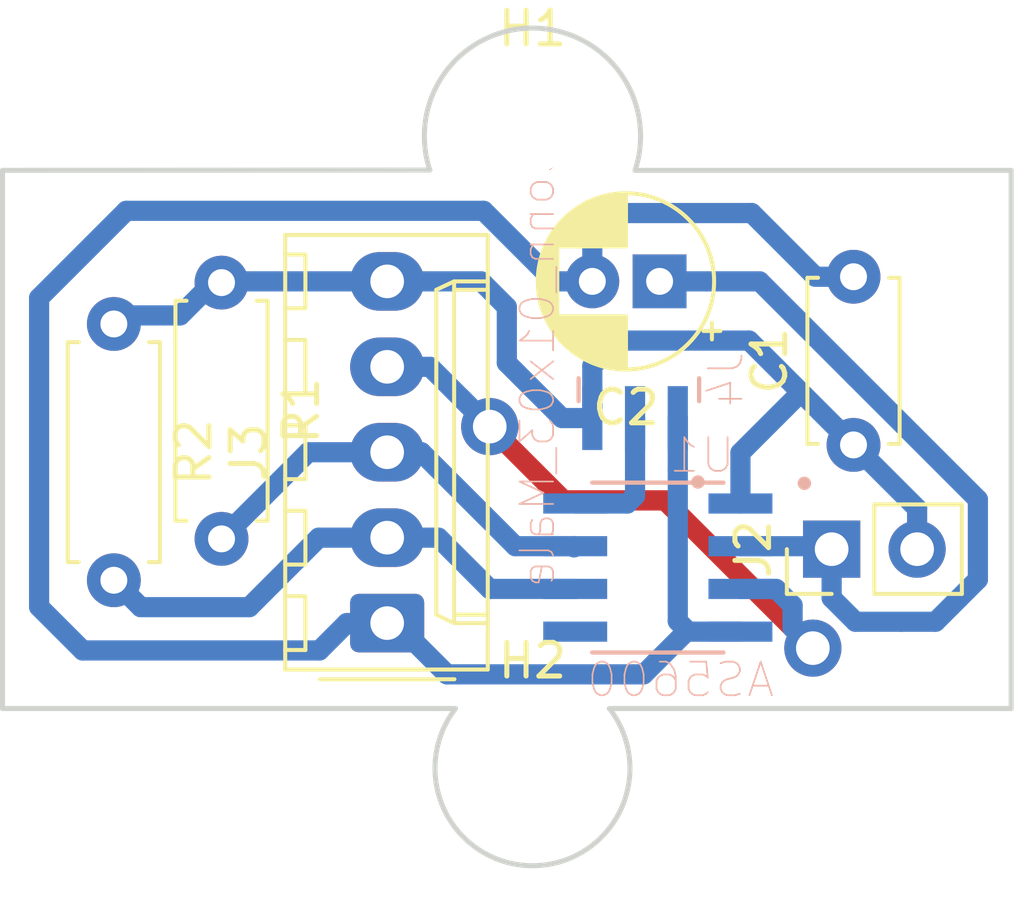
<source format=kicad_pcb>
(kicad_pcb (version 20171130) (host pcbnew "(5.0.2)-1")

  (general
    (thickness 1.6)
    (drawings 10)
    (tracks 83)
    (zones 0)
    (modules 10)
    (nets 9)
  )

  (page A4)
  (layers
    (0 F.Cu signal)
    (31 B.Cu signal)
    (32 B.Adhes user)
    (33 F.Adhes user)
    (34 B.Paste user)
    (35 F.Paste user)
    (36 B.SilkS user)
    (37 F.SilkS user)
    (38 B.Mask user)
    (39 F.Mask user)
    (40 Dwgs.User user)
    (41 Cmts.User user)
    (42 Eco1.User user)
    (43 Eco2.User user)
    (44 Edge.Cuts user)
    (45 Margin user)
    (46 B.CrtYd user)
    (47 F.CrtYd user)
    (48 B.Fab user)
    (49 F.Fab user)
  )

  (setup
    (last_trace_width 0.6)
    (trace_clearance 0.3)
    (zone_clearance 0.508)
    (zone_45_only no)
    (trace_min 0.5)
    (segment_width 0.2)
    (edge_width 0.15)
    (via_size 1.7)
    (via_drill 0.8)
    (via_min_size 0.4)
    (via_min_drill 0.3)
    (uvia_size 0.3)
    (uvia_drill 0.1)
    (uvias_allowed no)
    (uvia_min_size 0.2)
    (uvia_min_drill 0.1)
    (pcb_text_width 0.3)
    (pcb_text_size 1.5 1.5)
    (mod_edge_width 0.15)
    (mod_text_size 1 1)
    (mod_text_width 0.15)
    (pad_size 2.2 2.2)
    (pad_drill 2.2)
    (pad_to_mask_clearance 0.051)
    (solder_mask_min_width 0.25)
    (aux_axis_origin 0 0)
    (visible_elements 7FFFFFFF)
    (pcbplotparams
      (layerselection 0x00000_7ffffffe)
      (usegerberextensions false)
      (usegerberattributes false)
      (usegerberadvancedattributes false)
      (creategerberjobfile false)
      (excludeedgelayer true)
      (linewidth 0.100000)
      (plotframeref false)
      (viasonmask false)
      (mode 1)
      (useauxorigin false)
      (hpglpennumber 1)
      (hpglpenspeed 20)
      (hpglpendiameter 15.000000)
      (psnegative false)
      (psa4output false)
      (plotreference true)
      (plotvalue true)
      (plotinvisibletext false)
      (padsonsilk false)
      (subtractmaskfromsilk false)
      (outputformat 1)
      (mirror false)
      (drillshape 0)
      (scaleselection 1)
      (outputdirectory ""))
  )

  (net 0 "")
  (net 1 +5V)
  (net 2 GND)
  (net 3 "Net-(C2-Pad1)")
  (net 4 SDA)
  (net 5 SCL)
  (net 6 OUT)
  (net 7 DIR)
  (net 8 "Net-(U1-Pad5)")

  (net_class Default "This is the default net class."
    (clearance 0.3)
    (trace_width 0.6)
    (via_dia 1.7)
    (via_drill 0.8)
    (uvia_dia 0.3)
    (uvia_drill 0.1)
    (diff_pair_gap 0.25)
    (diff_pair_width 0.6)
    (add_net +5V)
    (add_net DIR)
    (add_net GND)
    (add_net "Net-(C2-Pad1)")
    (add_net "Net-(U1-Pad5)")
    (add_net OUT)
    (add_net SCL)
    (add_net SDA)
  )

  (module AS5600-breakout:MountingHole_2.2mm_M2_small (layer F.Cu) (tedit 5CFC3FC6) (tstamp 5CFC7D37)
    (at 104.394 105.918)
    (descr "Mounting Hole 2.2mm, no annular, M2")
    (tags "mounting hole 2.2mm no annular m2")
    (path /5CFDC0C0)
    (attr virtual)
    (fp_text reference H2 (at 0 -3.2) (layer F.SilkS)
      (effects (font (size 1 1) (thickness 0.15)))
    )
    (fp_text value MountingHole (at 0 3.2) (layer F.Fab)
      (effects (font (size 1 1) (thickness 0.15)))
    )
    (fp_circle (center 0 0) (end 2.1 0) (layer F.CrtYd) (width 0.05))
    (fp_circle (center 0 0) (end 2 0) (layer Cmts.User) (width 0.15))
    (fp_text user %R (at 0.3 0) (layer F.Fab)
      (effects (font (size 1 1) (thickness 0.15)))
    )
    (pad 1 np_thru_hole circle (at 0 0) (size 2.2 2.2) (drill 2.2) (layers *.Cu *.Mask))
  )

  (module AS5600-breakout:MountingHole_2.2mm_M2_small (layer F.Cu) (tedit 5D058496) (tstamp 5CFC7D2F)
    (at 104.394 87.122)
    (descr "Mounting Hole 2.2mm, no annular, M2")
    (tags "mounting hole 2.2mm no annular m2")
    (path /5CFDB7FC)
    (attr virtual)
    (fp_text reference H1 (at 0 -3.2) (layer F.SilkS)
      (effects (font (size 1 1) (thickness 0.15)))
    )
    (fp_text value MountingHole (at 0 3.2) (layer F.Fab)
      (effects (font (size 1 1) (thickness 0.15)))
    )
    (fp_circle (center 0 0) (end 2.1 0) (layer F.CrtYd) (width 0.05))
    (fp_circle (center 0 0) (end 2 0) (layer Cmts.User) (width 0.15))
    (fp_text user %R (at 0.3 0) (layer F.Fab)
      (effects (font (size 1 1) (thickness 0.15)))
    )
    (pad "" np_thru_hole circle (at 0 0) (size 2.2 2.2) (drill 2.2) (layers *.Cu *.Mask))
  )

  (module Connector_Molex:Molex_KK-254_AE-6410-05A_1x05_P2.54mm_Vertical (layer F.Cu) (tedit 5D058485) (tstamp 5D041880)
    (at 100.076 101.6 90)
    (descr "Molex KK-254 Interconnect System, old/engineering part number: AE-6410-05A example for new part number: 22-27-2051, 5 Pins (http://www.molex.com/pdm_docs/sd/022272021_sd.pdf), generated with kicad-footprint-generator")
    (tags "connector Molex KK-254 side entry")
    (path /5CF784F9)
    (fp_text reference J3 (at 5.08 -4.12 90) (layer F.SilkS)
      (effects (font (size 1 1) (thickness 0.15)))
    )
    (fp_text value Conn_01x05_Female (at 5.08 4.08 90) (layer F.Fab)
      (effects (font (size 1 1) (thickness 0.15)))
    )
    (fp_line (start -1.27 -2.92) (end -1.27 2.88) (layer F.Fab) (width 0.1))
    (fp_line (start -1.27 2.88) (end 11.43 2.88) (layer F.Fab) (width 0.1))
    (fp_line (start 11.43 2.88) (end 11.43 -2.92) (layer F.Fab) (width 0.1))
    (fp_line (start 11.43 -2.92) (end -1.27 -2.92) (layer F.Fab) (width 0.1))
    (fp_line (start -1.38 -3.03) (end -1.38 2.99) (layer F.SilkS) (width 0.12))
    (fp_line (start -1.38 2.99) (end 11.54 2.99) (layer F.SilkS) (width 0.12))
    (fp_line (start 11.54 2.99) (end 11.54 -3.03) (layer F.SilkS) (width 0.12))
    (fp_line (start 11.54 -3.03) (end -1.38 -3.03) (layer F.SilkS) (width 0.12))
    (fp_line (start -1.67 -2) (end -1.67 2) (layer F.SilkS) (width 0.12))
    (fp_line (start -1.27 -0.5) (end -0.562893 0) (layer F.Fab) (width 0.1))
    (fp_line (start -0.562893 0) (end -1.27 0.5) (layer F.Fab) (width 0.1))
    (fp_line (start 0 2.99) (end 0 1.99) (layer F.SilkS) (width 0.12))
    (fp_line (start 0 1.99) (end 10.16 1.99) (layer F.SilkS) (width 0.12))
    (fp_line (start 10.16 1.99) (end 10.16 2.99) (layer F.SilkS) (width 0.12))
    (fp_line (start 0 1.99) (end 0.25 1.46) (layer F.SilkS) (width 0.12))
    (fp_line (start 0.25 1.46) (end 9.91 1.46) (layer F.SilkS) (width 0.12))
    (fp_line (start 9.91 1.46) (end 10.16 1.99) (layer F.SilkS) (width 0.12))
    (fp_line (start 0.25 2.99) (end 0.25 1.99) (layer F.SilkS) (width 0.12))
    (fp_line (start 9.91 2.99) (end 9.91 1.99) (layer F.SilkS) (width 0.12))
    (fp_line (start -0.8 -3.03) (end -0.8 -2.43) (layer F.SilkS) (width 0.12))
    (fp_line (start -0.8 -2.43) (end 0.8 -2.43) (layer F.SilkS) (width 0.12))
    (fp_line (start 0.8 -2.43) (end 0.8 -3.03) (layer F.SilkS) (width 0.12))
    (fp_line (start 1.74 -3.03) (end 1.74 -2.43) (layer F.SilkS) (width 0.12))
    (fp_line (start 1.74 -2.43) (end 3.34 -2.43) (layer F.SilkS) (width 0.12))
    (fp_line (start 3.34 -2.43) (end 3.34 -3.03) (layer F.SilkS) (width 0.12))
    (fp_line (start 4.28 -3.03) (end 4.28 -2.43) (layer F.SilkS) (width 0.12))
    (fp_line (start 4.28 -2.43) (end 5.88 -2.43) (layer F.SilkS) (width 0.12))
    (fp_line (start 5.88 -2.43) (end 5.88 -3.03) (layer F.SilkS) (width 0.12))
    (fp_line (start 6.82 -3.03) (end 6.82 -2.43) (layer F.SilkS) (width 0.12))
    (fp_line (start 6.82 -2.43) (end 8.42 -2.43) (layer F.SilkS) (width 0.12))
    (fp_line (start 8.42 -2.43) (end 8.42 -3.03) (layer F.SilkS) (width 0.12))
    (fp_line (start 9.36 -3.03) (end 9.36 -2.43) (layer F.SilkS) (width 0.12))
    (fp_line (start 9.36 -2.43) (end 10.96 -2.43) (layer F.SilkS) (width 0.12))
    (fp_line (start 10.96 -2.43) (end 10.96 -3.03) (layer F.SilkS) (width 0.12))
    (fp_line (start -1.77 -3.42) (end -1.77 3.38) (layer F.CrtYd) (width 0.05))
    (fp_line (start -1.77 3.38) (end 11.93 3.38) (layer F.CrtYd) (width 0.05))
    (fp_line (start 11.93 3.38) (end 11.93 -3.42) (layer F.CrtYd) (width 0.05))
    (fp_line (start 11.93 -3.42) (end -1.77 -3.42) (layer F.CrtYd) (width 0.05))
    (fp_text user %R (at 5.08 -2.22 90) (layer F.Fab)
      (effects (font (size 1 1) (thickness 0.15)))
    )
    (pad 1 thru_hole roundrect (at 0 0 90) (size 1.74 2.2) (drill 1) (layers *.Cu *.Mask) (roundrect_rratio 0.144)
      (net 2 GND))
    (pad 2 thru_hole oval (at 2.54 0 90) (size 1.74 2.2) (drill 1) (layers *.Cu *.Mask)
      (net 4 SDA))
    (pad 3 thru_hole oval (at 5.08 0 90) (size 1.74 2.2) (drill 1) (layers *.Cu *.Mask)
      (net 5 SCL))
    (pad 4 thru_hole oval (at 7.62 0 90) (size 1.74 2.2) (drill 1) (layers *.Cu *.Mask)
      (net 6 OUT))
    (pad 5 thru_hole oval (at 10.16 0 90) (size 1.74 2.2) (drill 1) (layers *.Cu *.Mask)
      (net 1 +5V))
    (model ${KISYS3DMOD}/Connector_Molex.3dshapes/Molex_KK-254_AE-6410-05A_1x05_P2.54mm_Vertical.wrl
      (at (xyz 0 0 0))
      (scale (xyz 1 1 1))
      (rotate (xyz 0 0 0))
    )
  )

  (module Resistor_THT:R_Axial_DIN0207_L6.3mm_D2.5mm_P7.62mm_Horizontal (layer F.Cu) (tedit 5AE5139B) (tstamp 5D041BED)
    (at 91.954 92.706 270)
    (descr "Resistor, Axial_DIN0207 series, Axial, Horizontal, pin pitch=7.62mm, 0.25W = 1/4W, length*diameter=6.3*2.5mm^2, http://cdn-reichelt.de/documents/datenblatt/B400/1_4W%23YAG.pdf")
    (tags "Resistor Axial_DIN0207 series Axial Horizontal pin pitch 7.62mm 0.25W = 1/4W length 6.3mm diameter 2.5mm")
    (path /5CF77C73)
    (fp_text reference R2 (at 3.81 -2.37 90) (layer F.SilkS)
      (effects (font (size 1 1) (thickness 0.15)))
    )
    (fp_text value 4.7k (at 3.81 2.37 90) (layer F.Fab)
      (effects (font (size 1 1) (thickness 0.15)))
    )
    (fp_line (start 0.66 -1.25) (end 0.66 1.25) (layer F.Fab) (width 0.1))
    (fp_line (start 0.66 1.25) (end 6.96 1.25) (layer F.Fab) (width 0.1))
    (fp_line (start 6.96 1.25) (end 6.96 -1.25) (layer F.Fab) (width 0.1))
    (fp_line (start 6.96 -1.25) (end 0.66 -1.25) (layer F.Fab) (width 0.1))
    (fp_line (start 0 0) (end 0.66 0) (layer F.Fab) (width 0.1))
    (fp_line (start 7.62 0) (end 6.96 0) (layer F.Fab) (width 0.1))
    (fp_line (start 0.54 -1.04) (end 0.54 -1.37) (layer F.SilkS) (width 0.12))
    (fp_line (start 0.54 -1.37) (end 7.08 -1.37) (layer F.SilkS) (width 0.12))
    (fp_line (start 7.08 -1.37) (end 7.08 -1.04) (layer F.SilkS) (width 0.12))
    (fp_line (start 0.54 1.04) (end 0.54 1.37) (layer F.SilkS) (width 0.12))
    (fp_line (start 0.54 1.37) (end 7.08 1.37) (layer F.SilkS) (width 0.12))
    (fp_line (start 7.08 1.37) (end 7.08 1.04) (layer F.SilkS) (width 0.12))
    (fp_line (start -1.05 -1.5) (end -1.05 1.5) (layer F.CrtYd) (width 0.05))
    (fp_line (start -1.05 1.5) (end 8.67 1.5) (layer F.CrtYd) (width 0.05))
    (fp_line (start 8.67 1.5) (end 8.67 -1.5) (layer F.CrtYd) (width 0.05))
    (fp_line (start 8.67 -1.5) (end -1.05 -1.5) (layer F.CrtYd) (width 0.05))
    (fp_text user %R (at 3.81 0 90) (layer F.Fab)
      (effects (font (size 1 1) (thickness 0.15)))
    )
    (pad 1 thru_hole circle (at 0 0 270) (size 1.6 1.6) (drill 0.8) (layers *.Cu *.Mask)
      (net 1 +5V))
    (pad 2 thru_hole oval (at 7.62 0 270) (size 1.6 1.6) (drill 0.8) (layers *.Cu *.Mask)
      (net 4 SDA))
    (model ${KISYS3DMOD}/Resistor_THT.3dshapes/R_Axial_DIN0207_L6.3mm_D2.5mm_P7.62mm_Horizontal.wrl
      (at (xyz 0 0 0))
      (scale (xyz 1 1 1))
      (rotate (xyz 0 0 0))
    )
  )

  (module AS5600-breakout:SOIC127_solder_switch (layer B.Cu) (tedit 5CFBE54E) (tstamp 5D0417FB)
    (at 106.807 93.049 90)
    (path /5CF78AF4)
    (attr smd)
    (fp_text reference J4 (at -1.31 3.337 270) (layer B.SilkS)
      (effects (font (size 1 1) (thickness 0.05)) (justify mirror))
    )
    (fp_text value Conn_01x03_Male (at -0.889 -2.2606 270) (layer B.SilkS)
      (effects (font (size 1 1) (thickness 0.05)) (justify mirror))
    )
    (fp_line (start -1.016 2.6924) (end -1.016 -1.3208) (layer Eco1.User) (width 0.05))
    (fp_line (start -3.655 2.7) (end -3.655 -1.3208) (layer Eco1.User) (width 0.05))
    (fp_line (start -3.655 -1.3208) (end -1.016 -1.3208) (layer Eco1.User) (width 0.05))
    (fp_line (start -3.655 2.7) (end -1.016 2.7) (layer Eco1.User) (width 0.05))
    (fp_line (start -1.27 2.45) (end -1.27 -1.016) (layer Eco2.User) (width 0.127))
    (fp_line (start -1.95 2.45) (end -1.95 -1.016) (layer Eco2.User) (width 0.127))
    (fp_line (start -1.95 -1.0414) (end -1.27 -1.0414) (layer B.SilkS) (width 0.127))
    (fp_line (start -1.9558 2.54) (end -1.27 2.54) (layer B.SilkS) (width 0.127))
    (fp_line (start -1.95 -1.016) (end -1.27 -1.016) (layer Eco2.User) (width 0.127))
    (fp_line (start -1.95 2.45) (end -1.27 2.45) (layer Eco2.User) (width 0.127))
    (fp_circle (center -4.355 2.505) (end -4.255 2.505) (layer Eco2.User) (width 0.2))
    (fp_circle (center -4.355 2.505) (end -4.255 2.505) (layer B.SilkS) (width 0.2))
    (pad 3 smd rect (at -2.455 -0.635 90) (size 1.9 0.6) (layers B.Cu B.Paste B.Mask)
      (net 1 +5V))
    (pad 2 smd rect (at -2.455 0.635 90) (size 1.9 0.6) (layers B.Cu B.Paste B.Mask)
      (net 7 DIR))
    (pad 1 smd rect (at -2.455 1.905 90) (size 1.9 0.6) (layers B.Cu B.Paste B.Mask)
      (net 2 GND))
  )

  (module Capacitor_THT:CP_Radial_D5.0mm_P2.00mm (layer F.Cu) (tedit 5CFC3233) (tstamp 5D041A5B)
    (at 108.172 91.44 180)
    (descr "CP, Radial series, Radial, pin pitch=2.00mm, , diameter=5mm, Electrolytic Capacitor")
    (tags "CP Radial series Radial pin pitch 2.00mm  diameter 5mm Electrolytic Capacitor")
    (path /5CF77A7D)
    (fp_text reference C2 (at 1 -3.75) (layer F.SilkS)
      (effects (font (size 1 1) (thickness 0.15)))
    )
    (fp_text value 1uF (at 1 3.75) (layer F.Fab)
      (effects (font (size 1 1) (thickness 0.15)))
    )
    (fp_text user %R (at 1 0) (layer F.Fab)
      (effects (font (size 1 1) (thickness 0.15)))
    )
    (fp_line (start -1.554775 -1.725) (end -1.554775 -1.225) (layer F.SilkS) (width 0.12))
    (fp_line (start -1.804775 -1.475) (end -1.304775 -1.475) (layer F.SilkS) (width 0.12))
    (fp_line (start 3.601 -0.284) (end 3.601 0.284) (layer F.SilkS) (width 0.12))
    (fp_line (start 3.561 -0.518) (end 3.561 0.518) (layer F.SilkS) (width 0.12))
    (fp_line (start 3.521 -0.677) (end 3.521 0.677) (layer F.SilkS) (width 0.12))
    (fp_line (start 3.481 -0.805) (end 3.481 0.805) (layer F.SilkS) (width 0.12))
    (fp_line (start 3.441 -0.915) (end 3.441 0.915) (layer F.SilkS) (width 0.12))
    (fp_line (start 3.401 -1.011) (end 3.401 1.011) (layer F.SilkS) (width 0.12))
    (fp_line (start 3.361 -1.098) (end 3.361 1.098) (layer F.SilkS) (width 0.12))
    (fp_line (start 3.321 -1.178) (end 3.321 1.178) (layer F.SilkS) (width 0.12))
    (fp_line (start 3.281 -1.251) (end 3.281 1.251) (layer F.SilkS) (width 0.12))
    (fp_line (start 3.241 -1.319) (end 3.241 1.319) (layer F.SilkS) (width 0.12))
    (fp_line (start 3.201 -1.383) (end 3.201 1.383) (layer F.SilkS) (width 0.12))
    (fp_line (start 3.161 -1.443) (end 3.161 1.443) (layer F.SilkS) (width 0.12))
    (fp_line (start 3.121 -1.5) (end 3.121 1.5) (layer F.SilkS) (width 0.12))
    (fp_line (start 3.081 -1.554) (end 3.081 1.554) (layer F.SilkS) (width 0.12))
    (fp_line (start 3.041 -1.605) (end 3.041 1.605) (layer F.SilkS) (width 0.12))
    (fp_line (start 3.001 1.04) (end 3.001 1.653) (layer F.SilkS) (width 0.12))
    (fp_line (start 3.001 -1.653) (end 3.001 -1.04) (layer F.SilkS) (width 0.12))
    (fp_line (start 2.961 1.04) (end 2.961 1.699) (layer F.SilkS) (width 0.12))
    (fp_line (start 2.961 -1.699) (end 2.961 -1.04) (layer F.SilkS) (width 0.12))
    (fp_line (start 2.921 1.04) (end 2.921 1.743) (layer F.SilkS) (width 0.12))
    (fp_line (start 2.921 -1.743) (end 2.921 -1.04) (layer F.SilkS) (width 0.12))
    (fp_line (start 2.881 1.04) (end 2.881 1.785) (layer F.SilkS) (width 0.12))
    (fp_line (start 2.881 -1.785) (end 2.881 -1.04) (layer F.SilkS) (width 0.12))
    (fp_line (start 2.841 1.04) (end 2.841 1.826) (layer F.SilkS) (width 0.12))
    (fp_line (start 2.841 -1.826) (end 2.841 -1.04) (layer F.SilkS) (width 0.12))
    (fp_line (start 2.801 1.04) (end 2.801 1.864) (layer F.SilkS) (width 0.12))
    (fp_line (start 2.801 -1.864) (end 2.801 -1.04) (layer F.SilkS) (width 0.12))
    (fp_line (start 2.761 1.04) (end 2.761 1.901) (layer F.SilkS) (width 0.12))
    (fp_line (start 2.761 -1.901) (end 2.761 -1.04) (layer F.SilkS) (width 0.12))
    (fp_line (start 2.721 1.04) (end 2.721 1.937) (layer F.SilkS) (width 0.12))
    (fp_line (start 2.721 -1.937) (end 2.721 -1.04) (layer F.SilkS) (width 0.12))
    (fp_line (start 2.681 1.04) (end 2.681 1.971) (layer F.SilkS) (width 0.12))
    (fp_line (start 2.681 -1.971) (end 2.681 -1.04) (layer F.SilkS) (width 0.12))
    (fp_line (start 2.641 1.04) (end 2.641 2.004) (layer F.SilkS) (width 0.12))
    (fp_line (start 2.641 -2.004) (end 2.641 -1.04) (layer F.SilkS) (width 0.12))
    (fp_line (start 2.601 1.04) (end 2.601 2.035) (layer F.SilkS) (width 0.12))
    (fp_line (start 2.601 -2.035) (end 2.601 -1.04) (layer F.SilkS) (width 0.12))
    (fp_line (start 2.561 1.04) (end 2.561 2.065) (layer F.SilkS) (width 0.12))
    (fp_line (start 2.561 -2.065) (end 2.561 -1.04) (layer F.SilkS) (width 0.12))
    (fp_line (start 2.521 1.04) (end 2.521 2.095) (layer F.SilkS) (width 0.12))
    (fp_line (start 2.521 -2.095) (end 2.521 -1.04) (layer F.SilkS) (width 0.12))
    (fp_line (start 2.481 1.04) (end 2.481 2.122) (layer F.SilkS) (width 0.12))
    (fp_line (start 2.481 -2.122) (end 2.481 -1.04) (layer F.SilkS) (width 0.12))
    (fp_line (start 2.441 1.04) (end 2.441 2.149) (layer F.SilkS) (width 0.12))
    (fp_line (start 2.441 -2.149) (end 2.441 -1.04) (layer F.SilkS) (width 0.12))
    (fp_line (start 2.401 1.04) (end 2.401 2.175) (layer F.SilkS) (width 0.12))
    (fp_line (start 2.401 -2.175) (end 2.401 -1.04) (layer F.SilkS) (width 0.12))
    (fp_line (start 2.361 1.04) (end 2.361 2.2) (layer F.SilkS) (width 0.12))
    (fp_line (start 2.361 -2.2) (end 2.361 -1.04) (layer F.SilkS) (width 0.12))
    (fp_line (start 2.321 1.04) (end 2.321 2.224) (layer F.SilkS) (width 0.12))
    (fp_line (start 2.321 -2.224) (end 2.321 -1.04) (layer F.SilkS) (width 0.12))
    (fp_line (start 2.281 1.04) (end 2.281 2.247) (layer F.SilkS) (width 0.12))
    (fp_line (start 2.281 -2.247) (end 2.281 -1.04) (layer F.SilkS) (width 0.12))
    (fp_line (start 2.241 1.04) (end 2.241 2.268) (layer F.SilkS) (width 0.12))
    (fp_line (start 2.241 -2.268) (end 2.241 -1.04) (layer F.SilkS) (width 0.12))
    (fp_line (start 2.201 1.04) (end 2.201 2.29) (layer F.SilkS) (width 0.12))
    (fp_line (start 2.201 -2.29) (end 2.201 -1.04) (layer F.SilkS) (width 0.12))
    (fp_line (start 2.161 1.04) (end 2.161 2.31) (layer F.SilkS) (width 0.12))
    (fp_line (start 2.161 -2.31) (end 2.161 -1.04) (layer F.SilkS) (width 0.12))
    (fp_line (start 2.121 1.04) (end 2.121 2.329) (layer F.SilkS) (width 0.12))
    (fp_line (start 2.121 -2.329) (end 2.121 -1.04) (layer F.SilkS) (width 0.12))
    (fp_line (start 2.081 1.04) (end 2.081 2.348) (layer F.SilkS) (width 0.12))
    (fp_line (start 2.081 -2.348) (end 2.081 -1.04) (layer F.SilkS) (width 0.12))
    (fp_line (start 2.041 1.04) (end 2.041 2.365) (layer F.SilkS) (width 0.12))
    (fp_line (start 2.041 -2.365) (end 2.041 -1.04) (layer F.SilkS) (width 0.12))
    (fp_line (start 2.001 1.04) (end 2.001 2.382) (layer F.SilkS) (width 0.12))
    (fp_line (start 2.001 -2.382) (end 2.001 -1.04) (layer F.SilkS) (width 0.12))
    (fp_line (start 1.961 1.04) (end 1.961 2.398) (layer F.SilkS) (width 0.12))
    (fp_line (start 1.961 -2.398) (end 1.961 -1.04) (layer F.SilkS) (width 0.12))
    (fp_line (start 1.921 1.04) (end 1.921 2.414) (layer F.SilkS) (width 0.12))
    (fp_line (start 1.921 -2.414) (end 1.921 -1.04) (layer F.SilkS) (width 0.12))
    (fp_line (start 1.881 1.04) (end 1.881 2.428) (layer F.SilkS) (width 0.12))
    (fp_line (start 1.881 -2.428) (end 1.881 -1.04) (layer F.SilkS) (width 0.12))
    (fp_line (start 1.841 1.04) (end 1.841 2.442) (layer F.SilkS) (width 0.12))
    (fp_line (start 1.841 -2.442) (end 1.841 -1.04) (layer F.SilkS) (width 0.12))
    (fp_line (start 1.801 1.04) (end 1.801 2.455) (layer F.SilkS) (width 0.12))
    (fp_line (start 1.801 -2.455) (end 1.801 -1.04) (layer F.SilkS) (width 0.12))
    (fp_line (start 1.761 1.04) (end 1.761 2.468) (layer F.SilkS) (width 0.12))
    (fp_line (start 1.761 -2.468) (end 1.761 -1.04) (layer F.SilkS) (width 0.12))
    (fp_line (start 1.721 1.04) (end 1.721 2.48) (layer F.SilkS) (width 0.12))
    (fp_line (start 1.721 -2.48) (end 1.721 -1.04) (layer F.SilkS) (width 0.12))
    (fp_line (start 1.68 1.04) (end 1.68 2.491) (layer F.SilkS) (width 0.12))
    (fp_line (start 1.68 -2.491) (end 1.68 -1.04) (layer F.SilkS) (width 0.12))
    (fp_line (start 1.64 1.04) (end 1.64 2.501) (layer F.SilkS) (width 0.12))
    (fp_line (start 1.64 -2.501) (end 1.64 -1.04) (layer F.SilkS) (width 0.12))
    (fp_line (start 1.6 1.04) (end 1.6 2.511) (layer F.SilkS) (width 0.12))
    (fp_line (start 1.6 -2.511) (end 1.6 -1.04) (layer F.SilkS) (width 0.12))
    (fp_line (start 1.56 1.04) (end 1.56 2.52) (layer F.SilkS) (width 0.12))
    (fp_line (start 1.56 -2.52) (end 1.56 -1.04) (layer F.SilkS) (width 0.12))
    (fp_line (start 1.52 1.04) (end 1.52 2.528) (layer F.SilkS) (width 0.12))
    (fp_line (start 1.52 -2.528) (end 1.52 -1.04) (layer F.SilkS) (width 0.12))
    (fp_line (start 1.48 1.04) (end 1.48 2.536) (layer F.SilkS) (width 0.12))
    (fp_line (start 1.48 -2.536) (end 1.48 -1.04) (layer F.SilkS) (width 0.12))
    (fp_line (start 1.44 1.04) (end 1.44 2.543) (layer F.SilkS) (width 0.12))
    (fp_line (start 1.44 -2.543) (end 1.44 -1.04) (layer F.SilkS) (width 0.12))
    (fp_line (start 1.4 1.04) (end 1.4 2.55) (layer F.SilkS) (width 0.12))
    (fp_line (start 1.4 -2.55) (end 1.4 -1.04) (layer F.SilkS) (width 0.12))
    (fp_line (start 1.36 1.04) (end 1.36 2.556) (layer F.SilkS) (width 0.12))
    (fp_line (start 1.36 -2.556) (end 1.36 -1.04) (layer F.SilkS) (width 0.12))
    (fp_line (start 1.32 1.04) (end 1.32 2.561) (layer F.SilkS) (width 0.12))
    (fp_line (start 1.32 -2.561) (end 1.32 -1.04) (layer F.SilkS) (width 0.12))
    (fp_line (start 1.28 1.04) (end 1.28 2.565) (layer F.SilkS) (width 0.12))
    (fp_line (start 1.28 -2.565) (end 1.28 -1.04) (layer F.SilkS) (width 0.12))
    (fp_line (start 1.24 1.04) (end 1.24 2.569) (layer F.SilkS) (width 0.12))
    (fp_line (start 1.24 -2.569) (end 1.24 -1.04) (layer F.SilkS) (width 0.12))
    (fp_line (start 1.2 1.04) (end 1.2 2.573) (layer F.SilkS) (width 0.12))
    (fp_line (start 1.2 -2.573) (end 1.2 -1.04) (layer F.SilkS) (width 0.12))
    (fp_line (start 1.16 1.04) (end 1.16 2.576) (layer F.SilkS) (width 0.12))
    (fp_line (start 1.16 -2.576) (end 1.16 -1.04) (layer F.SilkS) (width 0.12))
    (fp_line (start 1.12 1.04) (end 1.12 2.578) (layer F.SilkS) (width 0.12))
    (fp_line (start 1.12 -2.578) (end 1.12 -1.04) (layer F.SilkS) (width 0.12))
    (fp_line (start 1.08 1.04) (end 1.08 2.579) (layer F.SilkS) (width 0.12))
    (fp_line (start 1.08 -2.579) (end 1.08 -1.04) (layer F.SilkS) (width 0.12))
    (fp_line (start 1.04 -2.58) (end 1.04 -1.04) (layer F.SilkS) (width 0.12))
    (fp_line (start 1.04 1.04) (end 1.04 2.58) (layer F.SilkS) (width 0.12))
    (fp_line (start 1 -2.58) (end 1 -1.04) (layer F.SilkS) (width 0.12))
    (fp_line (start 1 1.04) (end 1 2.58) (layer F.SilkS) (width 0.12))
    (fp_line (start -0.883605 -1.3375) (end -0.883605 -0.8375) (layer F.Fab) (width 0.1))
    (fp_line (start -1.133605 -1.0875) (end -0.633605 -1.0875) (layer F.Fab) (width 0.1))
    (fp_circle (center 1 0) (end 3.75 0) (layer F.CrtYd) (width 0.05))
    (fp_circle (center 1 0) (end 3.62 0) (layer F.SilkS) (width 0.12))
    (fp_circle (center 1 0) (end 3.5 0) (layer F.Fab) (width 0.1))
    (pad 2 thru_hole circle (at 2 0 180) (size 1.6 1.6) (drill 0.8) (layers *.Cu *.Mask)
      (net 2 GND) (clearance 0.2))
    (pad 1 thru_hole rect (at 0 0 180) (size 1.6 1.6) (drill 0.8) (layers *.Cu *.Mask)
      (net 3 "Net-(C2-Pad1)") (clearance 0.2))
    (model ${KISYS3DMOD}/Capacitor_THT.3dshapes/CP_Radial_D5.0mm_P2.00mm.wrl
      (at (xyz 0 0 0))
      (scale (xyz 1 1 1))
      (rotate (xyz 0 0 0))
    )
  )

  (module Capacitor_THT:C_Disc_D4.7mm_W2.5mm_P5.00mm (layer F.Cu) (tedit 5AE50EF0) (tstamp 5D04163E)
    (at 113.934 96.302 90)
    (descr "C, Disc series, Radial, pin pitch=5.00mm, , diameter*width=4.7*2.5mm^2, Capacitor, http://www.vishay.com/docs/45233/krseries.pdf")
    (tags "C Disc series Radial pin pitch 5.00mm  diameter 4.7mm width 2.5mm Capacitor")
    (path /5CF7799C)
    (fp_text reference C1 (at 2.5 -2.5 90) (layer F.SilkS)
      (effects (font (size 1 1) (thickness 0.15)))
    )
    (fp_text value 100nF (at 2.5 2.5 90) (layer F.Fab)
      (effects (font (size 1 1) (thickness 0.15)))
    )
    (fp_text user %R (at 2.5 0 90) (layer F.Fab)
      (effects (font (size 0.94 0.94) (thickness 0.141)))
    )
    (fp_line (start 6.05 -1.5) (end -1.05 -1.5) (layer F.CrtYd) (width 0.05))
    (fp_line (start 6.05 1.5) (end 6.05 -1.5) (layer F.CrtYd) (width 0.05))
    (fp_line (start -1.05 1.5) (end 6.05 1.5) (layer F.CrtYd) (width 0.05))
    (fp_line (start -1.05 -1.5) (end -1.05 1.5) (layer F.CrtYd) (width 0.05))
    (fp_line (start 4.97 1.055) (end 4.97 1.37) (layer F.SilkS) (width 0.12))
    (fp_line (start 4.97 -1.37) (end 4.97 -1.055) (layer F.SilkS) (width 0.12))
    (fp_line (start 0.03 1.055) (end 0.03 1.37) (layer F.SilkS) (width 0.12))
    (fp_line (start 0.03 -1.37) (end 0.03 -1.055) (layer F.SilkS) (width 0.12))
    (fp_line (start 0.03 1.37) (end 4.97 1.37) (layer F.SilkS) (width 0.12))
    (fp_line (start 0.03 -1.37) (end 4.97 -1.37) (layer F.SilkS) (width 0.12))
    (fp_line (start 4.85 -1.25) (end 0.15 -1.25) (layer F.Fab) (width 0.1))
    (fp_line (start 4.85 1.25) (end 4.85 -1.25) (layer F.Fab) (width 0.1))
    (fp_line (start 0.15 1.25) (end 4.85 1.25) (layer F.Fab) (width 0.1))
    (fp_line (start 0.15 -1.25) (end 0.15 1.25) (layer F.Fab) (width 0.1))
    (pad 2 thru_hole circle (at 5 0 90) (size 1.6 1.6) (drill 0.8) (layers *.Cu *.Mask)
      (net 2 GND))
    (pad 1 thru_hole circle (at 0 0 90) (size 1.6 1.6) (drill 0.8) (layers *.Cu *.Mask)
      (net 1 +5V))
    (model ${KISYS3DMOD}/Capacitor_THT.3dshapes/C_Disc_D4.7mm_W2.5mm_P5.00mm.wrl
      (at (xyz 0 0 0))
      (scale (xyz 1 1 1))
      (rotate (xyz 0 0 0))
    )
  )

  (module SOIC127P600X175-8N:SOIC127P600X175-8N (layer B.Cu) (tedit 0) (tstamp 5D1095D7)
    (at 108.119 99.949 180)
    (path /5CF771DC)
    (attr smd)
    (fp_text reference U1 (at -1.31 3.337) (layer B.SilkS)
      (effects (font (size 1 1) (thickness 0.05)) (justify mirror))
    )
    (fp_text value AS5600 (at -0.675 -3.337) (layer B.SilkS)
      (effects (font (size 1 1) (thickness 0.05)) (justify mirror))
    )
    (fp_circle (center -4.355 2.505) (end -4.255 2.505) (layer B.SilkS) (width 0.2))
    (fp_circle (center -4.355 2.505) (end -4.255 2.505) (layer Eco2.User) (width 0.2))
    (fp_line (start -1.95 2.45) (end 1.95 2.45) (layer Eco2.User) (width 0.127))
    (fp_line (start -1.95 -2.45) (end 1.95 -2.45) (layer Eco2.User) (width 0.127))
    (fp_line (start -1.95 2.525) (end 1.95 2.525) (layer B.SilkS) (width 0.127))
    (fp_line (start -1.95 -2.525) (end 1.95 -2.525) (layer B.SilkS) (width 0.127))
    (fp_line (start -1.95 2.45) (end -1.95 -2.45) (layer Eco2.User) (width 0.127))
    (fp_line (start 1.95 2.45) (end 1.95 -2.45) (layer Eco2.User) (width 0.127))
    (fp_line (start -3.655 2.7) (end 3.655 2.7) (layer Eco1.User) (width 0.05))
    (fp_line (start -3.655 -2.7) (end 3.655 -2.7) (layer Eco1.User) (width 0.05))
    (fp_line (start -3.655 2.7) (end -3.655 -2.7) (layer Eco1.User) (width 0.05))
    (fp_line (start 3.655 2.7) (end 3.655 -2.7) (layer Eco1.User) (width 0.05))
    (pad 1 smd rect (at -2.455 1.905 180) (size 1.9 0.6) (layers B.Cu B.Paste B.Mask)
      (net 1 +5V))
    (pad 2 smd rect (at -2.455 0.635 180) (size 1.9 0.6) (layers B.Cu B.Paste B.Mask)
      (net 3 "Net-(C2-Pad1)"))
    (pad 3 smd rect (at -2.455 -0.635 180) (size 1.9 0.6) (layers B.Cu B.Paste B.Mask)
      (net 6 OUT))
    (pad 4 smd rect (at -2.455 -1.905 180) (size 1.9 0.6) (layers B.Cu B.Paste B.Mask)
      (net 2 GND))
    (pad 5 smd rect (at 2.455 -1.905 180) (size 1.9 0.6) (layers B.Cu B.Paste B.Mask)
      (net 8 "Net-(U1-Pad5)"))
    (pad 6 smd rect (at 2.455 -0.635 180) (size 1.9 0.6) (layers B.Cu B.Paste B.Mask)
      (net 4 SDA))
    (pad 7 smd rect (at 2.455 0.635 180) (size 1.9 0.6) (layers B.Cu B.Paste B.Mask)
      (net 5 SCL))
    (pad 8 smd rect (at 2.455 1.905 180) (size 1.9 0.6) (layers B.Cu B.Paste B.Mask)
      (net 7 DIR))
    (model ${KIPRJMOD}/AS5600-ASOM/3D/AS5600-ASOM.stp
      (at (xyz 0 0 0))
      (scale (xyz 1 1 1))
      (rotate (xyz 0 0 0))
    )
  )

  (module Connector_PinHeader_2.54mm:PinHeader_1x02_P2.54mm_Vertical (layer F.Cu) (tedit 59FED5CC) (tstamp 5D0417BB)
    (at 113.284 99.402 90)
    (descr "Through hole straight pin header, 1x02, 2.54mm pitch, single row")
    (tags "Through hole pin header THT 1x02 2.54mm single row")
    (path /5CF7AFD7)
    (fp_text reference J2 (at 0 -2.33 90) (layer F.SilkS)
      (effects (font (size 1 1) (thickness 0.15)))
    )
    (fp_text value Conn_01x02 (at 0 4.87 90) (layer F.Fab)
      (effects (font (size 1 1) (thickness 0.15)))
    )
    (fp_text user %R (at 0 1.27) (layer F.Fab)
      (effects (font (size 1 1) (thickness 0.15)))
    )
    (fp_line (start 1.8 -1.8) (end -1.8 -1.8) (layer F.CrtYd) (width 0.05))
    (fp_line (start 1.8 4.35) (end 1.8 -1.8) (layer F.CrtYd) (width 0.05))
    (fp_line (start -1.8 4.35) (end 1.8 4.35) (layer F.CrtYd) (width 0.05))
    (fp_line (start -1.8 -1.8) (end -1.8 4.35) (layer F.CrtYd) (width 0.05))
    (fp_line (start -1.33 -1.33) (end 0 -1.33) (layer F.SilkS) (width 0.12))
    (fp_line (start -1.33 0) (end -1.33 -1.33) (layer F.SilkS) (width 0.12))
    (fp_line (start -1.33 1.27) (end 1.33 1.27) (layer F.SilkS) (width 0.12))
    (fp_line (start 1.33 1.27) (end 1.33 3.87) (layer F.SilkS) (width 0.12))
    (fp_line (start -1.33 1.27) (end -1.33 3.87) (layer F.SilkS) (width 0.12))
    (fp_line (start -1.33 3.87) (end 1.33 3.87) (layer F.SilkS) (width 0.12))
    (fp_line (start -1.27 -0.635) (end -0.635 -1.27) (layer F.Fab) (width 0.1))
    (fp_line (start -1.27 3.81) (end -1.27 -0.635) (layer F.Fab) (width 0.1))
    (fp_line (start 1.27 3.81) (end -1.27 3.81) (layer F.Fab) (width 0.1))
    (fp_line (start 1.27 -1.27) (end 1.27 3.81) (layer F.Fab) (width 0.1))
    (fp_line (start -0.635 -1.27) (end 1.27 -1.27) (layer F.Fab) (width 0.1))
    (pad 2 thru_hole oval (at 0 2.54 90) (size 1.7 1.7) (drill 1) (layers *.Cu *.Mask)
      (net 1 +5V))
    (pad 1 thru_hole rect (at 0 0 90) (size 1.7 1.7) (drill 1) (layers *.Cu *.Mask)
      (net 3 "Net-(C2-Pad1)"))
    (model ${KISYS3DMOD}/Connector_PinHeader_2.54mm.3dshapes/PinHeader_1x02_P2.54mm_Vertical.wrl
      (at (xyz 0 0 0))
      (scale (xyz 1 1 1))
      (rotate (xyz 0 0 0))
    )
  )

  (module Resistor_THT:R_Axial_DIN0207_L6.3mm_D2.5mm_P7.62mm_Horizontal (layer F.Cu) (tedit 5AE5139B) (tstamp 5D041BD7)
    (at 95.154 91.476 270)
    (descr "Resistor, Axial_DIN0207 series, Axial, Horizontal, pin pitch=7.62mm, 0.25W = 1/4W, length*diameter=6.3*2.5mm^2, http://cdn-reichelt.de/documents/datenblatt/B400/1_4W%23YAG.pdf")
    (tags "Resistor Axial_DIN0207 series Axial Horizontal pin pitch 7.62mm 0.25W = 1/4W length 6.3mm diameter 2.5mm")
    (path /5CF77B50)
    (fp_text reference R1 (at 3.81 -2.37 90) (layer F.SilkS)
      (effects (font (size 1 1) (thickness 0.15)))
    )
    (fp_text value 4.7k (at 3.81 2.37 90) (layer F.Fab)
      (effects (font (size 1 1) (thickness 0.15)))
    )
    (fp_text user %R (at 3.81 0 90) (layer F.Fab)
      (effects (font (size 1 1) (thickness 0.15)))
    )
    (fp_line (start 8.67 -1.5) (end -1.05 -1.5) (layer F.CrtYd) (width 0.05))
    (fp_line (start 8.67 1.5) (end 8.67 -1.5) (layer F.CrtYd) (width 0.05))
    (fp_line (start -1.05 1.5) (end 8.67 1.5) (layer F.CrtYd) (width 0.05))
    (fp_line (start -1.05 -1.5) (end -1.05 1.5) (layer F.CrtYd) (width 0.05))
    (fp_line (start 7.08 1.37) (end 7.08 1.04) (layer F.SilkS) (width 0.12))
    (fp_line (start 0.54 1.37) (end 7.08 1.37) (layer F.SilkS) (width 0.12))
    (fp_line (start 0.54 1.04) (end 0.54 1.37) (layer F.SilkS) (width 0.12))
    (fp_line (start 7.08 -1.37) (end 7.08 -1.04) (layer F.SilkS) (width 0.12))
    (fp_line (start 0.54 -1.37) (end 7.08 -1.37) (layer F.SilkS) (width 0.12))
    (fp_line (start 0.54 -1.04) (end 0.54 -1.37) (layer F.SilkS) (width 0.12))
    (fp_line (start 7.62 0) (end 6.96 0) (layer F.Fab) (width 0.1))
    (fp_line (start 0 0) (end 0.66 0) (layer F.Fab) (width 0.1))
    (fp_line (start 6.96 -1.25) (end 0.66 -1.25) (layer F.Fab) (width 0.1))
    (fp_line (start 6.96 1.25) (end 6.96 -1.25) (layer F.Fab) (width 0.1))
    (fp_line (start 0.66 1.25) (end 6.96 1.25) (layer F.Fab) (width 0.1))
    (fp_line (start 0.66 -1.25) (end 0.66 1.25) (layer F.Fab) (width 0.1))
    (pad 2 thru_hole oval (at 7.62 0 270) (size 1.6 1.6) (drill 0.8) (layers *.Cu *.Mask)
      (net 5 SCL))
    (pad 1 thru_hole circle (at 0 0 270) (size 1.6 1.6) (drill 0.8) (layers *.Cu *.Mask)
      (net 1 +5V))
    (model ${KISYS3DMOD}/Resistor_THT.3dshapes/R_Axial_DIN0207_L6.3mm_D2.5mm_P7.62mm_Horizontal.wrl
      (at (xyz 0 0 0))
      (scale (xyz 1 1 1))
      (rotate (xyz 0 0 0))
    )
  )

  (gr_line (start 107.441999 88.137999) (end 118.618 88.138) (layer Edge.Cuts) (width 0.15) (tstamp 5CFC80EF))
  (gr_line (start 101.343255 88.129724) (end 88.646 88.138) (layer Edge.Cuts) (width 0.15) (tstamp 5CFC80EE))
  (gr_arc (start 104.394 87.122) (end 107.441999 88.137999) (angle -216.714395) (layer Edge.Cuts) (width 0.15))
  (gr_arc (start 104.394 105.918) (end 102.108001 104.140001) (angle -255.7499673) (layer Edge.Cuts) (width 0.15))
  (gr_line (start 101.6 104.14) (end 101.346 104.14) (layer Edge.Cuts) (width 0.15) (tstamp 5CFC80AC))
  (gr_line (start 101.6 104.14) (end 102.108 104.14) (layer Edge.Cuts) (width 0.15) (tstamp 5CFC80AB))
  (gr_line (start 88.646 104.14) (end 88.646 88.138) (layer Edge.Cuts) (width 0.15) (tstamp 5CFC8050))
  (gr_line (start 101.346 104.14) (end 88.646 104.14) (layer Edge.Cuts) (width 0.15))
  (gr_line (start 118.618 104.14) (end 106.679999 104.140001) (layer Edge.Cuts) (width 0.15))
  (gr_line (start 118.618 88.138) (end 118.618 104.14) (layer Edge.Cuts) (width 0.15))

  (segment (start 115.824 98.192) (end 113.934 96.302) (width 0.6) (layer B.Cu) (net 1))
  (segment (start 115.824 99.402) (end 115.824 98.192) (width 0.6) (layer B.Cu) (net 1))
  (segment (start 106.172 93.954) (end 106.926 93.2) (width 0.6) (layer B.Cu) (net 1))
  (segment (start 106.172 95.504) (end 106.172 93.954) (width 0.6) (layer B.Cu) (net 1))
  (segment (start 106.926 93.2) (end 110.832 93.2) (width 0.6) (layer B.Cu) (net 1))
  (segment (start 110.832 93.2) (end 112.371 94.739) (width 0.6) (layer B.Cu) (net 1))
  (segment (start 112.371 94.739) (end 113.934 96.302) (width 0.6) (layer B.Cu) (net 1))
  (segment (start 93.924 92.452) (end 95.154 91.222) (width 0.6) (layer B.Cu) (net 1))
  (segment (start 91.954 92.452) (end 93.924 92.452) (width 0.6) (layer B.Cu) (net 1))
  (segment (start 105.272 95.504) (end 103.632 93.864) (width 0.6) (layer B.Cu) (net 1))
  (segment (start 106.172 95.504) (end 105.272 95.504) (width 0.6) (layer B.Cu) (net 1))
  (segment (start 103.632 93.864) (end 103.632 92.202) (width 0.6) (layer B.Cu) (net 1))
  (segment (start 102.87 91.44) (end 100.076 91.44) (width 0.6) (layer B.Cu) (net 1))
  (segment (start 103.632 92.202) (end 102.87 91.44) (width 0.6) (layer B.Cu) (net 1))
  (segment (start 95.19 91.44) (end 95.154 91.476) (width 0.6) (layer B.Cu) (net 1))
  (segment (start 100.076 91.44) (end 95.19 91.44) (width 0.6) (layer B.Cu) (net 1))
  (segment (start 110.574 96.536) (end 112.371 94.739) (width 0.6) (layer B.Cu) (net 1))
  (segment (start 110.574 98.044) (end 110.574 96.536) (width 0.6) (layer B.Cu) (net 1))
  (segment (start 112.80263 91.302) (end 110.90863 89.408) (width 0.6) (layer B.Cu) (net 2))
  (segment (start 113.934 91.302) (end 112.80263 91.302) (width 0.6) (layer B.Cu) (net 2))
  (segment (start 106.172 90.30863) (end 106.172 91.44) (width 0.6) (layer B.Cu) (net 2))
  (segment (start 107.07263 89.408) (end 106.172 90.30863) (width 0.6) (layer B.Cu) (net 2))
  (segment (start 110.90863 89.408) (end 107.07263 89.408) (width 0.6) (layer B.Cu) (net 2))
  (segment (start 101.484001 102.754001) (end 100.33 101.6) (width 0.6) (layer B.Cu) (net 2))
  (segment (start 101.854 103.124) (end 101.484001 102.754001) (width 0.6) (layer B.Cu) (net 2))
  (segment (start 105.04063 91.44) (end 102.94259 89.34196) (width 0.6) (layer B.Cu) (net 2))
  (segment (start 106.172 91.44) (end 105.04063 91.44) (width 0.6) (layer B.Cu) (net 2))
  (segment (start 102.94259 89.34196) (end 92.32392 89.34196) (width 0.6) (layer B.Cu) (net 2))
  (segment (start 92.32392 89.34196) (end 89.73312 91.93276) (width 0.6) (layer B.Cu) (net 2))
  (segment (start 89.73312 91.93276) (end 89.73312 101.1174) (width 0.6) (layer B.Cu) (net 2))
  (segment (start 89.73312 101.1174) (end 91.02852 102.4128) (width 0.6) (layer B.Cu) (net 2))
  (segment (start 98.876 101.6) (end 100.076 101.6) (width 0.6) (layer B.Cu) (net 2))
  (segment (start 98.0632 102.4128) (end 98.876 101.6) (width 0.6) (layer B.Cu) (net 2))
  (segment (start 91.02852 102.4128) (end 98.0632 102.4128) (width 0.6) (layer B.Cu) (net 2))
  (segment (start 108.966 101.854) (end 107.696 103.124) (width 0.6) (layer B.Cu) (net 2))
  (segment (start 107.696 103.124) (end 101.854 103.124) (width 0.6) (layer B.Cu) (net 2))
  (segment (start 108.712 97.028) (end 108.712 95.504) (width 0.6) (layer B.Cu) (net 2))
  (segment (start 109.024 101.854) (end 108.966 101.854) (width 0.6) (layer B.Cu) (net 2))
  (segment (start 109.024 101.854) (end 108.712 101.542) (width 0.6) (layer B.Cu) (net 2))
  (segment (start 108.712 101.542) (end 108.712 97.028) (width 0.6) (layer B.Cu) (net 2))
  (segment (start 110.574 101.854) (end 109.024 101.854) (width 0.6) (layer B.Cu) (net 2))
  (segment (start 113.196 99.314) (end 113.284 99.402) (width 0.6) (layer B.Cu) (net 3))
  (segment (start 113.284 100.852) (end 113.284 99.402) (width 0.6) (layer B.Cu) (net 3))
  (segment (start 113.992 101.56) (end 113.284 100.852) (width 0.6) (layer B.Cu) (net 3))
  (segment (start 109.572 91.44) (end 108.172 91.44) (width 0.6) (layer B.Cu) (net 3))
  (segment (start 111.144002 91.44) (end 109.572 91.44) (width 0.6) (layer B.Cu) (net 3))
  (segment (start 115.356 101.56) (end 113.992 101.56) (width 0.6) (layer B.Cu) (net 3))
  (segment (start 115.356 101.56) (end 116.372 101.56) (width 0.6) (layer B.Cu) (net 3))
  (segment (start 116.372 101.56) (end 117.63 100.302) (width 0.6) (layer B.Cu) (net 3))
  (segment (start 117.63 97.925998) (end 113.987001 94.282999) (width 0.6) (layer B.Cu) (net 3))
  (segment (start 117.63 100.302) (end 117.63 97.925998) (width 0.6) (layer B.Cu) (net 3))
  (segment (start 113.987001 94.282999) (end 111.144002 91.44) (width 0.6) (layer B.Cu) (net 3))
  (segment (start 110.574 99.314) (end 113.196 99.314) (width 0.6) (layer B.Cu) (net 3))
  (segment (start 101.6 99.06) (end 100.33 99.06) (width 0.6) (layer B.Cu) (net 4))
  (segment (start 103.124 100.584) (end 101.6 99.06) (width 0.6) (layer B.Cu) (net 4))
  (segment (start 92.753999 101.125999) (end 95.978001 101.125999) (width 0.6) (layer B.Cu) (net 4))
  (segment (start 91.954 100.326) (end 92.753999 101.125999) (width 0.6) (layer B.Cu) (net 4))
  (segment (start 98.044 99.06) (end 100.076 99.06) (width 0.6) (layer B.Cu) (net 4))
  (segment (start 95.978001 101.125999) (end 98.044 99.06) (width 0.6) (layer B.Cu) (net 4))
  (segment (start 105.664 100.584) (end 103.124 100.584) (width 0.6) (layer B.Cu) (net 4))
  (segment (start 100.33 96.52) (end 101.092 96.52) (width 0.6) (layer B.Cu) (net 5))
  (segment (start 95.154 99.096) (end 97.73 96.52) (width 0.6) (layer B.Cu) (net 5))
  (segment (start 97.73 96.52) (end 100.076 96.52) (width 0.6) (layer B.Cu) (net 5))
  (segment (start 105.628 99.35) (end 105.664 99.314) (width 0.6) (layer B.Cu) (net 5))
  (segment (start 105.654 99.324) (end 105.664 99.314) (width 0.6) (layer B.Cu) (net 5))
  (segment (start 103.886 99.314) (end 105.664 99.314) (width 0.6) (layer B.Cu) (net 5))
  (segment (start 101.092 96.52) (end 103.886 99.314) (width 0.6) (layer B.Cu) (net 5))
  (via (at 103.124 95.758) (size 1.7) (drill 1) (layers F.Cu B.Cu) (net 6))
  (segment (start 102.274001 94.908001) (end 103.124 95.758) (width 0.6) (layer B.Cu) (net 6))
  (segment (start 101.346 93.98) (end 103.124 95.758) (width 0.6) (layer B.Cu) (net 6))
  (segment (start 100.076 93.98) (end 101.346 93.98) (width 0.6) (layer B.Cu) (net 6))
  (segment (start 105.315999 97.949999) (end 103.124 95.758) (width 0.6) (layer F.Cu) (net 6))
  (segment (start 112.124001 101.073999) (end 112.124001 101.742611) (width 0.6) (layer B.Cu) (net 6))
  (segment (start 112.725695 102.344305) (end 108.331389 97.949999) (width 0.6) (layer F.Cu) (net 6))
  (segment (start 111.634002 100.584) (end 112.124001 101.073999) (width 0.6) (layer B.Cu) (net 6))
  (segment (start 112.124001 101.742611) (end 112.725695 102.344305) (width 0.6) (layer B.Cu) (net 6))
  (via (at 112.725695 102.344305) (size 1.7) (drill 1) (layers F.Cu B.Cu) (net 6))
  (segment (start 110.574 100.584) (end 111.634002 100.584) (width 0.6) (layer B.Cu) (net 6))
  (segment (start 107.442 95.504) (end 107.442 97.816) (width 0.6) (layer B.Cu) (net 7))
  (segment (start 107.442 97.816) (end 107.214 98.044) (width 0.6) (layer B.Cu) (net 7))
  (segment (start 107.214 98.044) (end 105.664 98.044) (width 0.6) (layer B.Cu) (net 7))
  (segment (start 108.331389 97.949999) (end 106.719999 97.949999) (width 0.6) (layer F.Cu) (net 6))
  (segment (start 108.331389 97.949999) (end 105.315999 97.949999) (width 0.6) (layer F.Cu) (net 6))

)

</source>
